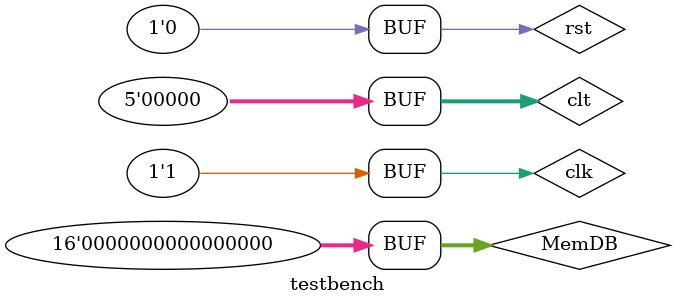
<source format=v>
`timescale 1ns / 1ps


module testbench;

	// Inputs
	reg clk;
	reg rst;
	reg [15:0] MemDB;
	reg [4:0] clt;

	// Outputs
	wire [2:0] red;
	wire [2:0] green;
	wire [1:0] blue;
	wire hsync;
	wire vsync;
	wire [25:0] MemAdr;
	wire we_L;
	wire oe_L;
	wire ce_L;
	wire lb_L;
	wire ub_L;
	wire RamADV_L;
	wire RamCLK;
	wire RamCRE;
	wire FlashCS;

	// Instantiate the Unit Under Test (UUT)
	top uut (
		.clk(clk), 
		.rst(rst), 
		.MemDB(MemDB), 
		.clt(clt), 
		.red(red), 
		.green(green), 
		.blue(blue), 
		.hsync(hsync), 
		.vsync(vsync), 
		.MemAdr(MemAdr), 
		.we_L(we_L), 
		.oe_L(oe_L), 
		.ce_L(ce_L), 
		.lb_L(lb_L), 
		.ub_L(ub_L), 
		.RamADV_L(RamADV_L), 
		.RamCLK(RamCLK), 
		.RamCRE(RamCRE), 
		.FlashCS(FlashCS)
	);
	always
	begin
		clk=0;#1;
		clk=1;#1;
	end
	
	initial begin
		// Initialize Inputs
		rst = 0;
		MemDB = 0;
		clt = 0;
		
		// Wait 100 ns for global reset to finish
		#100;
        
		// Add stimulus here

	end
      
endmodule


</source>
